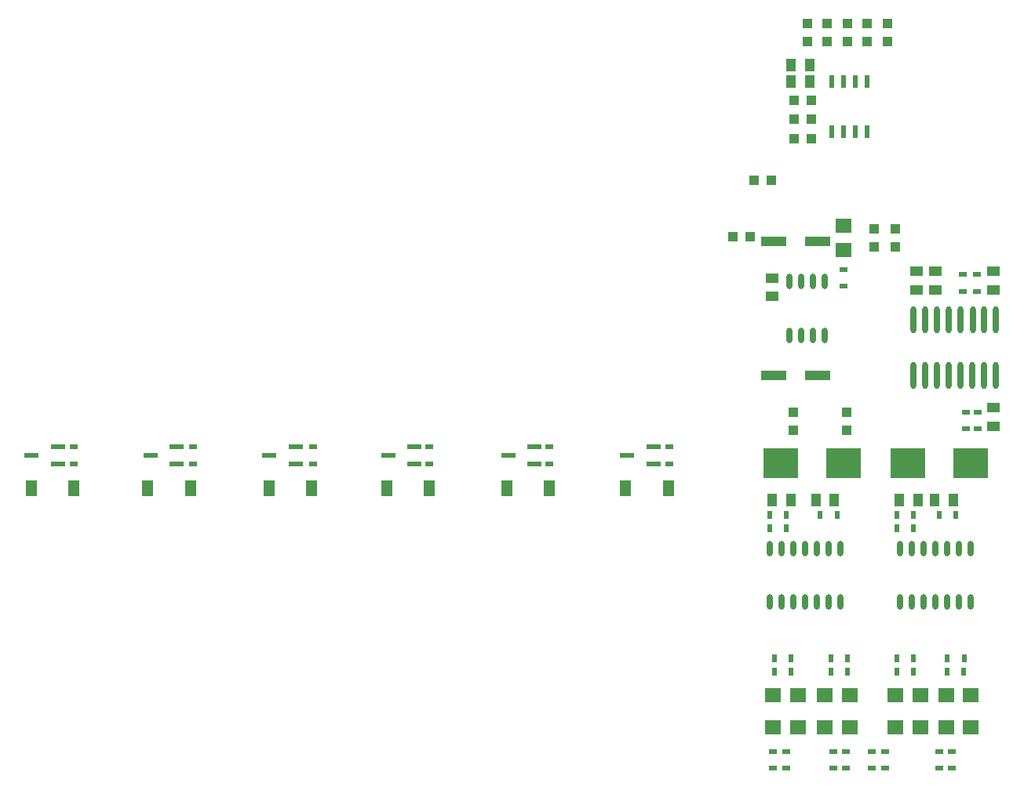
<source format=gtp>
G04 Layer_Color=8421504*
%FSTAX24Y24*%
%MOIN*%
G70*
G01*
G75*
%ADD10R,0.0433X0.0433*%
%ADD11R,0.0433X0.0433*%
%ADD12O,0.0236X0.0669*%
%ADD13R,0.0354X0.0236*%
%ADD14R,0.0236X0.0354*%
%ADD15R,0.0709X0.0630*%
%ADD16R,0.1500X0.1299*%
%ADD17R,0.1500X0.1260*%
%ADD18R,0.0433X0.0550*%
%ADD19R,0.1102X0.0394*%
%ADD20R,0.0550X0.0433*%
%ADD21O,0.0236X0.1161*%
%ADD22R,0.0236X0.0571*%
%ADD23R,0.0600X0.0240*%
%ADD24R,0.0453X0.0680*%
D10*
X0811Y050414D02*
D03*
Y049666D02*
D03*
X0828Y049666D02*
D03*
Y050414D02*
D03*
X0845Y049666D02*
D03*
Y050414D02*
D03*
X08195Y050414D02*
D03*
Y049666D02*
D03*
X08365Y050414D02*
D03*
Y049666D02*
D03*
X08278Y033874D02*
D03*
Y033126D02*
D03*
X0805D02*
D03*
Y033874D02*
D03*
X08485Y041674D02*
D03*
Y040926D02*
D03*
X08393Y041674D02*
D03*
Y040926D02*
D03*
D11*
X080526Y0455D02*
D03*
X081274D02*
D03*
X080526Y04715D02*
D03*
X081274D02*
D03*
X080526Y04635D02*
D03*
X081274D02*
D03*
X077926Y04135D02*
D03*
X078674D02*
D03*
X078826Y04375D02*
D03*
X079574D02*
D03*
D12*
X0795Y028093D02*
D03*
X0805D02*
D03*
X081D02*
D03*
X0815D02*
D03*
X082D02*
D03*
X0825D02*
D03*
X0815Y025807D02*
D03*
X082D02*
D03*
X0825Y025806D02*
D03*
X08Y028093D02*
D03*
X081Y025807D02*
D03*
X0805D02*
D03*
X08D02*
D03*
X0795D02*
D03*
X08505D02*
D03*
X08555D02*
D03*
X08605D02*
D03*
X08655D02*
D03*
X08555Y028093D02*
D03*
X08805Y025806D02*
D03*
X08755Y025807D02*
D03*
X08705D02*
D03*
X08805Y028093D02*
D03*
X08755D02*
D03*
X08705D02*
D03*
X08655D02*
D03*
X08605D02*
D03*
X08505D02*
D03*
X08035Y037157D02*
D03*
X08085D02*
D03*
X08135D02*
D03*
X08185D02*
D03*
X08035Y039443D02*
D03*
X08085D02*
D03*
X08135D02*
D03*
X08185D02*
D03*
D13*
X08784Y03318D02*
D03*
X08784Y033895D02*
D03*
X07965Y01945D02*
D03*
X07965Y018735D02*
D03*
X0822Y01945D02*
D03*
X0822Y018735D02*
D03*
X08275Y01945D02*
D03*
X08275Y018735D02*
D03*
X0802Y01945D02*
D03*
X0802Y018735D02*
D03*
X08725D02*
D03*
X08725Y01945D02*
D03*
X0867Y018735D02*
D03*
X0867Y01945D02*
D03*
X0844Y018735D02*
D03*
X0844Y01945D02*
D03*
X08385Y018735D02*
D03*
X08385Y01945D02*
D03*
X08834Y033895D02*
D03*
X08834Y03318D02*
D03*
X08769Y039745D02*
D03*
X08769Y03903D02*
D03*
X08829Y039745D02*
D03*
X08829Y03903D02*
D03*
X07525Y031685D02*
D03*
X07525Y0324D02*
D03*
X07015Y031685D02*
D03*
X07015Y0324D02*
D03*
X06505Y031685D02*
D03*
X06505Y0324D02*
D03*
X0601Y031685D02*
D03*
X0601Y0324D02*
D03*
X055Y031685D02*
D03*
X055Y0324D02*
D03*
X04995Y031685D02*
D03*
X04995Y0324D02*
D03*
X08265Y039965D02*
D03*
X08265Y03925D02*
D03*
D14*
X0795Y02895D02*
D03*
X080215Y02895D02*
D03*
X0828Y02285D02*
D03*
X082085Y02285D02*
D03*
X0821Y0234D02*
D03*
X082815Y0234D02*
D03*
X0804Y0234D02*
D03*
X079685Y0234D02*
D03*
X0804Y02285D02*
D03*
X079685Y02285D02*
D03*
X08165Y0295D02*
D03*
X082365Y0295D02*
D03*
X0795Y0295D02*
D03*
X080215Y0295D02*
D03*
X084885Y02285D02*
D03*
X0856Y02285D02*
D03*
X084885Y0234D02*
D03*
X0856Y0234D02*
D03*
X087035Y02285D02*
D03*
X08775Y02285D02*
D03*
X087765Y0234D02*
D03*
X08705Y0234D02*
D03*
X085615Y02895D02*
D03*
X0849Y02895D02*
D03*
X085615Y0295D02*
D03*
X0849Y0295D02*
D03*
X087415Y0295D02*
D03*
X0867Y0295D02*
D03*
D15*
X08185Y020499D02*
D03*
Y021851D02*
D03*
X0829D02*
D03*
Y020499D02*
D03*
X07965Y021851D02*
D03*
Y020499D02*
D03*
X0807D02*
D03*
Y021851D02*
D03*
X08805Y020499D02*
D03*
Y021851D02*
D03*
X087D02*
D03*
Y020499D02*
D03*
X0859Y021851D02*
D03*
Y020499D02*
D03*
X08485D02*
D03*
Y021851D02*
D03*
X08265Y041831D02*
D03*
Y040769D02*
D03*
D16*
X079953Y0317D02*
D03*
X085353D02*
D03*
D17*
X082647D02*
D03*
X088047D02*
D03*
D18*
X082244Y03015D02*
D03*
X081456D02*
D03*
X079606Y03014D02*
D03*
X080394D02*
D03*
X085794Y03015D02*
D03*
X085006D02*
D03*
X086506Y03015D02*
D03*
X087294D02*
D03*
X080406Y04794D02*
D03*
X081194D02*
D03*
X080406Y04864D02*
D03*
X081194D02*
D03*
D19*
X081519Y03545D02*
D03*
X079681D02*
D03*
X081519Y04115D02*
D03*
X079681D02*
D03*
D20*
X0796Y038806D02*
D03*
Y039594D02*
D03*
X08899Y033286D02*
D03*
Y034074D02*
D03*
X08574Y039874D02*
D03*
Y039086D02*
D03*
X08654Y039874D02*
D03*
Y039086D02*
D03*
X08899Y039086D02*
D03*
Y039874D02*
D03*
D21*
X08909Y037811D02*
D03*
X08859D02*
D03*
X08814D02*
D03*
X08759D02*
D03*
X08709D02*
D03*
X08659D02*
D03*
X08609D02*
D03*
X08559D02*
D03*
X08909Y035449D02*
D03*
X08859D02*
D03*
X08809D02*
D03*
X08759D02*
D03*
X08709D02*
D03*
X08659D02*
D03*
X08609D02*
D03*
X08559D02*
D03*
D22*
X08215Y045817D02*
D03*
X08265D02*
D03*
X08315D02*
D03*
X08365D02*
D03*
X08215Y047963D02*
D03*
X08265D02*
D03*
X08315D02*
D03*
X08365D02*
D03*
D23*
X073436Y03205D02*
D03*
X074564Y032424D02*
D03*
Y031676D02*
D03*
X068386Y03205D02*
D03*
X069514Y032424D02*
D03*
Y031676D02*
D03*
X063286Y03205D02*
D03*
X064414Y032424D02*
D03*
Y031676D02*
D03*
X058236Y03205D02*
D03*
X059364Y032424D02*
D03*
Y031676D02*
D03*
X053186Y03205D02*
D03*
X054314Y032424D02*
D03*
Y031676D02*
D03*
X048136Y03205D02*
D03*
X049264Y032424D02*
D03*
Y031676D02*
D03*
D24*
X075188Y030641D02*
D03*
X073372D02*
D03*
X070139D02*
D03*
X068322D02*
D03*
X065038D02*
D03*
X063222D02*
D03*
X060038D02*
D03*
X058222D02*
D03*
X054889D02*
D03*
X053072D02*
D03*
X049939D02*
D03*
X048122D02*
D03*
M02*

</source>
